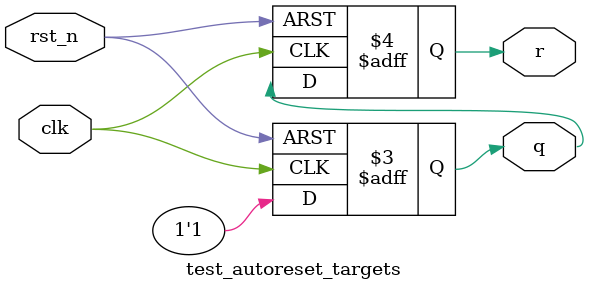
<source format=v>
module test_autoreset_targets (
    input wire clk,
    input wire rst_n,
    output reg q,
    output reg r
);
always @(posedge clk or negedge rst_n) begin
  if (!rst_n) begin
      q <= '0;
      r <= '0;
  end else begin
    q <= 1'b1;
    r <= q;
  end
end
endmodule

</source>
